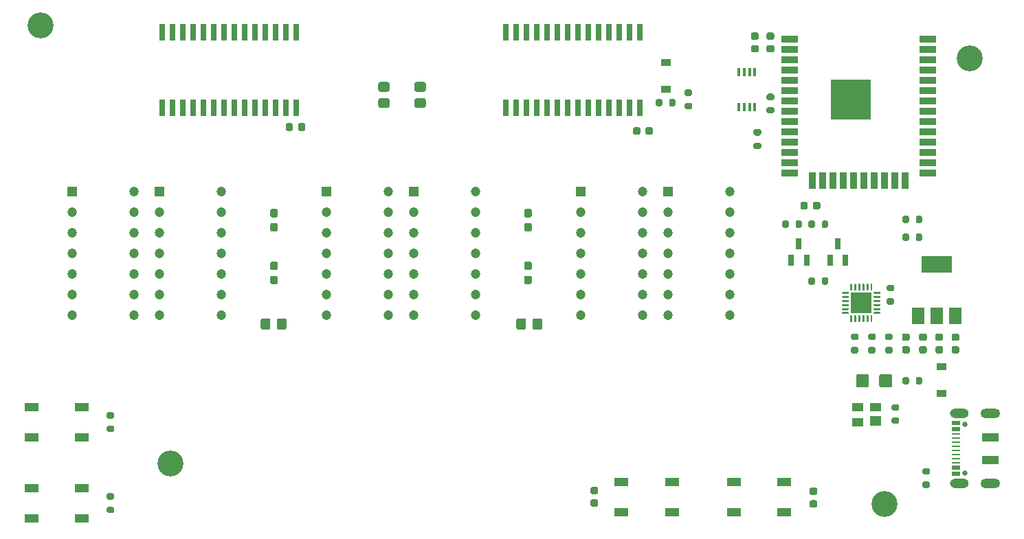
<source format=gbr>
G04 #@! TF.GenerationSoftware,KiCad,Pcbnew,(5.1.9)-1*
G04 #@! TF.CreationDate,2021-02-12T16:54:04+01:00*
G04 #@! TF.ProjectId,LTP305_ESP32_CLOCK,4c545033-3035-45f4-9553-5033325f434c,rev?*
G04 #@! TF.SameCoordinates,Original*
G04 #@! TF.FileFunction,Soldermask,Top*
G04 #@! TF.FilePolarity,Negative*
%FSLAX46Y46*%
G04 Gerber Fmt 4.6, Leading zero omitted, Abs format (unit mm)*
G04 Created by KiCad (PCBNEW (5.1.9)-1) date 2021-02-12 16:54:04*
%MOMM*%
%LPD*%
G01*
G04 APERTURE LIST*
%ADD10C,3.200000*%
%ADD11R,2.600000X2.600000*%
%ADD12R,0.650000X2.100000*%
%ADD13O,2.400000X1.200000*%
%ADD14O,2.316000X1.158000*%
%ADD15C,0.630000*%
%ADD16R,2.000000X1.000000*%
%ADD17C,0.600000*%
%ADD18R,1.000000X0.270000*%
%ADD19R,1.000000X0.520000*%
%ADD20R,1.200000X0.900000*%
%ADD21R,1.400000X1.200000*%
%ADD22R,1.400000X1.000000*%
%ADD23C,1.200000*%
%ADD24R,1.200000X1.200000*%
%ADD25R,0.650000X1.350000*%
%ADD26R,1.800000X1.100000*%
%ADD27R,3.800000X2.000000*%
%ADD28R,1.500000X2.000000*%
%ADD29R,0.400000X1.100000*%
%ADD30R,5.000000X5.000000*%
%ADD31R,2.000000X0.900000*%
%ADD32R,0.900000X2.000000*%
G04 APERTURE END LIST*
D10*
X237335000Y-85495000D03*
X226845000Y-140495000D03*
X138835000Y-135495000D03*
X122835000Y-81495000D03*
G36*
G01*
X131760000Y-139970000D02*
X131210000Y-139970000D01*
G75*
G02*
X131010000Y-139770000I0J200000D01*
G01*
X131010000Y-139370000D01*
G75*
G02*
X131210000Y-139170000I200000J0D01*
G01*
X131760000Y-139170000D01*
G75*
G02*
X131960000Y-139370000I0J-200000D01*
G01*
X131960000Y-139770000D01*
G75*
G02*
X131760000Y-139970000I-200000J0D01*
G01*
G37*
G36*
G01*
X131760000Y-141620000D02*
X131210000Y-141620000D01*
G75*
G02*
X131010000Y-141420000I0J200000D01*
G01*
X131010000Y-141020000D01*
G75*
G02*
X131210000Y-140820000I200000J0D01*
G01*
X131760000Y-140820000D01*
G75*
G02*
X131960000Y-141020000I0J-200000D01*
G01*
X131960000Y-141420000D01*
G75*
G02*
X131760000Y-141620000I-200000J0D01*
G01*
G37*
G36*
G01*
X131210000Y-130820000D02*
X131760000Y-130820000D01*
G75*
G02*
X131960000Y-131020000I0J-200000D01*
G01*
X131960000Y-131420000D01*
G75*
G02*
X131760000Y-131620000I-200000J0D01*
G01*
X131210000Y-131620000D01*
G75*
G02*
X131010000Y-131420000I0J200000D01*
G01*
X131010000Y-131020000D01*
G75*
G02*
X131210000Y-130820000I200000J0D01*
G01*
G37*
G36*
G01*
X131210000Y-129170000D02*
X131760000Y-129170000D01*
G75*
G02*
X131960000Y-129370000I0J-200000D01*
G01*
X131960000Y-129770000D01*
G75*
G02*
X131760000Y-129970000I-200000J0D01*
G01*
X131210000Y-129970000D01*
G75*
G02*
X131010000Y-129770000I0J200000D01*
G01*
X131010000Y-129370000D01*
G75*
G02*
X131210000Y-129170000I200000J0D01*
G01*
G37*
G36*
G01*
X229860000Y-105120000D02*
X229860000Y-105670000D01*
G75*
G02*
X229660000Y-105870000I-200000J0D01*
G01*
X229260000Y-105870000D01*
G75*
G02*
X229060000Y-105670000I0J200000D01*
G01*
X229060000Y-105120000D01*
G75*
G02*
X229260000Y-104920000I200000J0D01*
G01*
X229660000Y-104920000D01*
G75*
G02*
X229860000Y-105120000I0J-200000D01*
G01*
G37*
G36*
G01*
X231510000Y-105120000D02*
X231510000Y-105670000D01*
G75*
G02*
X231310000Y-105870000I-200000J0D01*
G01*
X230910000Y-105870000D01*
G75*
G02*
X230710000Y-105670000I0J200000D01*
G01*
X230710000Y-105120000D01*
G75*
G02*
X230910000Y-104920000I200000J0D01*
G01*
X231310000Y-104920000D01*
G75*
G02*
X231510000Y-105120000I0J-200000D01*
G01*
G37*
G36*
G01*
X229860000Y-107320000D02*
X229860000Y-107870000D01*
G75*
G02*
X229660000Y-108070000I-200000J0D01*
G01*
X229260000Y-108070000D01*
G75*
G02*
X229060000Y-107870000I0J200000D01*
G01*
X229060000Y-107320000D01*
G75*
G02*
X229260000Y-107120000I200000J0D01*
G01*
X229660000Y-107120000D01*
G75*
G02*
X229860000Y-107320000I0J-200000D01*
G01*
G37*
G36*
G01*
X231510000Y-107320000D02*
X231510000Y-107870000D01*
G75*
G02*
X231310000Y-108070000I-200000J0D01*
G01*
X230910000Y-108070000D01*
G75*
G02*
X230710000Y-107870000I0J200000D01*
G01*
X230710000Y-107320000D01*
G75*
G02*
X230910000Y-107120000I200000J0D01*
G01*
X231310000Y-107120000D01*
G75*
G02*
X231510000Y-107320000I0J-200000D01*
G01*
G37*
G36*
G01*
X227660000Y-120270000D02*
X227110000Y-120270000D01*
G75*
G02*
X226910000Y-120070000I0J200000D01*
G01*
X226910000Y-119670000D01*
G75*
G02*
X227110000Y-119470000I200000J0D01*
G01*
X227660000Y-119470000D01*
G75*
G02*
X227860000Y-119670000I0J-200000D01*
G01*
X227860000Y-120070000D01*
G75*
G02*
X227660000Y-120270000I-200000J0D01*
G01*
G37*
G36*
G01*
X227660000Y-121920000D02*
X227110000Y-121920000D01*
G75*
G02*
X226910000Y-121720000I0J200000D01*
G01*
X226910000Y-121320000D01*
G75*
G02*
X227110000Y-121120000I200000J0D01*
G01*
X227660000Y-121120000D01*
G75*
G02*
X227860000Y-121320000I0J-200000D01*
G01*
X227860000Y-121720000D01*
G75*
G02*
X227660000Y-121920000I-200000J0D01*
G01*
G37*
G36*
G01*
X215035000Y-105720000D02*
X215035000Y-106270000D01*
G75*
G02*
X214835000Y-106470000I-200000J0D01*
G01*
X214435000Y-106470000D01*
G75*
G02*
X214235000Y-106270000I0J200000D01*
G01*
X214235000Y-105720000D01*
G75*
G02*
X214435000Y-105520000I200000J0D01*
G01*
X214835000Y-105520000D01*
G75*
G02*
X215035000Y-105720000I0J-200000D01*
G01*
G37*
G36*
G01*
X216685000Y-105720000D02*
X216685000Y-106270000D01*
G75*
G02*
X216485000Y-106470000I-200000J0D01*
G01*
X216085000Y-106470000D01*
G75*
G02*
X215885000Y-106270000I0J200000D01*
G01*
X215885000Y-105720000D01*
G75*
G02*
X216085000Y-105520000I200000J0D01*
G01*
X216485000Y-105520000D01*
G75*
G02*
X216685000Y-105720000I0J-200000D01*
G01*
G37*
G36*
G01*
X227860000Y-114270000D02*
X227310000Y-114270000D01*
G75*
G02*
X227110000Y-114070000I0J200000D01*
G01*
X227110000Y-113670000D01*
G75*
G02*
X227310000Y-113470000I200000J0D01*
G01*
X227860000Y-113470000D01*
G75*
G02*
X228060000Y-113670000I0J-200000D01*
G01*
X228060000Y-114070000D01*
G75*
G02*
X227860000Y-114270000I-200000J0D01*
G01*
G37*
G36*
G01*
X227860000Y-115920000D02*
X227310000Y-115920000D01*
G75*
G02*
X227110000Y-115720000I0J200000D01*
G01*
X227110000Y-115320000D01*
G75*
G02*
X227310000Y-115120000I200000J0D01*
G01*
X227860000Y-115120000D01*
G75*
G02*
X228060000Y-115320000I0J-200000D01*
G01*
X228060000Y-115720000D01*
G75*
G02*
X227860000Y-115920000I-200000J0D01*
G01*
G37*
G36*
G01*
X223460000Y-120270000D02*
X222910000Y-120270000D01*
G75*
G02*
X222710000Y-120070000I0J200000D01*
G01*
X222710000Y-119670000D01*
G75*
G02*
X222910000Y-119470000I200000J0D01*
G01*
X223460000Y-119470000D01*
G75*
G02*
X223660000Y-119670000I0J-200000D01*
G01*
X223660000Y-120070000D01*
G75*
G02*
X223460000Y-120270000I-200000J0D01*
G01*
G37*
G36*
G01*
X223460000Y-121920000D02*
X222910000Y-121920000D01*
G75*
G02*
X222710000Y-121720000I0J200000D01*
G01*
X222710000Y-121320000D01*
G75*
G02*
X222910000Y-121120000I200000J0D01*
G01*
X223460000Y-121120000D01*
G75*
G02*
X223660000Y-121320000I0J-200000D01*
G01*
X223660000Y-121720000D01*
G75*
G02*
X223460000Y-121920000I-200000J0D01*
G01*
G37*
G36*
G01*
X202960000Y-90170000D02*
X202410000Y-90170000D01*
G75*
G02*
X202210000Y-89970000I0J200000D01*
G01*
X202210000Y-89570000D01*
G75*
G02*
X202410000Y-89370000I200000J0D01*
G01*
X202960000Y-89370000D01*
G75*
G02*
X203160000Y-89570000I0J-200000D01*
G01*
X203160000Y-89970000D01*
G75*
G02*
X202960000Y-90170000I-200000J0D01*
G01*
G37*
G36*
G01*
X202960000Y-91820000D02*
X202410000Y-91820000D01*
G75*
G02*
X202210000Y-91620000I0J200000D01*
G01*
X202210000Y-91220000D01*
G75*
G02*
X202410000Y-91020000I200000J0D01*
G01*
X202960000Y-91020000D01*
G75*
G02*
X203160000Y-91220000I0J-200000D01*
G01*
X203160000Y-91620000D01*
G75*
G02*
X202960000Y-91820000I-200000J0D01*
G01*
G37*
G36*
G01*
X213060000Y-90695000D02*
X212510000Y-90695000D01*
G75*
G02*
X212310000Y-90495000I0J200000D01*
G01*
X212310000Y-90095000D01*
G75*
G02*
X212510000Y-89895000I200000J0D01*
G01*
X213060000Y-89895000D01*
G75*
G02*
X213260000Y-90095000I0J-200000D01*
G01*
X213260000Y-90495000D01*
G75*
G02*
X213060000Y-90695000I-200000J0D01*
G01*
G37*
G36*
G01*
X213060000Y-92345000D02*
X212510000Y-92345000D01*
G75*
G02*
X212310000Y-92145000I0J200000D01*
G01*
X212310000Y-91745000D01*
G75*
G02*
X212510000Y-91545000I200000J0D01*
G01*
X213060000Y-91545000D01*
G75*
G02*
X213260000Y-91745000I0J-200000D01*
G01*
X213260000Y-92145000D01*
G75*
G02*
X213060000Y-92345000I-200000J0D01*
G01*
G37*
G36*
G01*
X210910000Y-95920000D02*
X211460000Y-95920000D01*
G75*
G02*
X211660000Y-96120000I0J-200000D01*
G01*
X211660000Y-96520000D01*
G75*
G02*
X211460000Y-96720000I-200000J0D01*
G01*
X210910000Y-96720000D01*
G75*
G02*
X210710000Y-96520000I0J200000D01*
G01*
X210710000Y-96120000D01*
G75*
G02*
X210910000Y-95920000I200000J0D01*
G01*
G37*
G36*
G01*
X210910000Y-94270000D02*
X211460000Y-94270000D01*
G75*
G02*
X211660000Y-94470000I0J-200000D01*
G01*
X211660000Y-94870000D01*
G75*
G02*
X211460000Y-95070000I-200000J0D01*
G01*
X210910000Y-95070000D01*
G75*
G02*
X210710000Y-94870000I0J200000D01*
G01*
X210710000Y-94470000D01*
G75*
G02*
X210910000Y-94270000I200000J0D01*
G01*
G37*
G36*
G01*
X218260000Y-105720000D02*
X218260000Y-106270000D01*
G75*
G02*
X218060000Y-106470000I-200000J0D01*
G01*
X217660000Y-106470000D01*
G75*
G02*
X217460000Y-106270000I0J200000D01*
G01*
X217460000Y-105720000D01*
G75*
G02*
X217660000Y-105520000I200000J0D01*
G01*
X218060000Y-105520000D01*
G75*
G02*
X218260000Y-105720000I0J-200000D01*
G01*
G37*
G36*
G01*
X219910000Y-105720000D02*
X219910000Y-106270000D01*
G75*
G02*
X219710000Y-106470000I-200000J0D01*
G01*
X219310000Y-106470000D01*
G75*
G02*
X219110000Y-106270000I0J200000D01*
G01*
X219110000Y-105720000D01*
G75*
G02*
X219310000Y-105520000I200000J0D01*
G01*
X219710000Y-105520000D01*
G75*
G02*
X219910000Y-105720000I0J-200000D01*
G01*
G37*
G36*
G01*
X219110000Y-113270000D02*
X219110000Y-112720000D01*
G75*
G02*
X219310000Y-112520000I200000J0D01*
G01*
X219710000Y-112520000D01*
G75*
G02*
X219910000Y-112720000I0J-200000D01*
G01*
X219910000Y-113270000D01*
G75*
G02*
X219710000Y-113470000I-200000J0D01*
G01*
X219310000Y-113470000D01*
G75*
G02*
X219110000Y-113270000I0J200000D01*
G01*
G37*
G36*
G01*
X217460000Y-113270000D02*
X217460000Y-112720000D01*
G75*
G02*
X217660000Y-112520000I200000J0D01*
G01*
X218060000Y-112520000D01*
G75*
G02*
X218260000Y-112720000I0J-200000D01*
G01*
X218260000Y-113270000D01*
G75*
G02*
X218060000Y-113470000I-200000J0D01*
G01*
X217660000Y-113470000D01*
G75*
G02*
X217460000Y-113270000I0J200000D01*
G01*
G37*
G36*
G01*
X225010000Y-121120000D02*
X225560000Y-121120000D01*
G75*
G02*
X225760000Y-121320000I0J-200000D01*
G01*
X225760000Y-121720000D01*
G75*
G02*
X225560000Y-121920000I-200000J0D01*
G01*
X225010000Y-121920000D01*
G75*
G02*
X224810000Y-121720000I0J200000D01*
G01*
X224810000Y-121320000D01*
G75*
G02*
X225010000Y-121120000I200000J0D01*
G01*
G37*
G36*
G01*
X225010000Y-119470000D02*
X225560000Y-119470000D01*
G75*
G02*
X225760000Y-119670000I0J-200000D01*
G01*
X225760000Y-120070000D01*
G75*
G02*
X225560000Y-120270000I-200000J0D01*
G01*
X225010000Y-120270000D01*
G75*
G02*
X224810000Y-120070000I0J200000D01*
G01*
X224810000Y-119670000D01*
G75*
G02*
X225010000Y-119470000I200000J0D01*
G01*
G37*
G36*
G01*
X229860000Y-125020000D02*
X229860000Y-125570000D01*
G75*
G02*
X229660000Y-125770000I-200000J0D01*
G01*
X229260000Y-125770000D01*
G75*
G02*
X229060000Y-125570000I0J200000D01*
G01*
X229060000Y-125020000D01*
G75*
G02*
X229260000Y-124820000I200000J0D01*
G01*
X229660000Y-124820000D01*
G75*
G02*
X229860000Y-125020000I0J-200000D01*
G01*
G37*
G36*
G01*
X231510000Y-125020000D02*
X231510000Y-125570000D01*
G75*
G02*
X231310000Y-125770000I-200000J0D01*
G01*
X230910000Y-125770000D01*
G75*
G02*
X230710000Y-125570000I0J200000D01*
G01*
X230710000Y-125020000D01*
G75*
G02*
X230910000Y-124820000I200000J0D01*
G01*
X231310000Y-124820000D01*
G75*
G02*
X231510000Y-125020000I0J-200000D01*
G01*
G37*
G36*
G01*
X199460000Y-90720000D02*
X199460000Y-91270000D01*
G75*
G02*
X199260000Y-91470000I-200000J0D01*
G01*
X198860000Y-91470000D01*
G75*
G02*
X198660000Y-91270000I0J200000D01*
G01*
X198660000Y-90720000D01*
G75*
G02*
X198860000Y-90520000I200000J0D01*
G01*
X199260000Y-90520000D01*
G75*
G02*
X199460000Y-90720000I0J-200000D01*
G01*
G37*
G36*
G01*
X201110000Y-90720000D02*
X201110000Y-91270000D01*
G75*
G02*
X200910000Y-91470000I-200000J0D01*
G01*
X200510000Y-91470000D01*
G75*
G02*
X200310000Y-91270000I0J200000D01*
G01*
X200310000Y-90720000D01*
G75*
G02*
X200510000Y-90520000I200000J0D01*
G01*
X200910000Y-90520000D01*
G75*
G02*
X201110000Y-90720000I0J-200000D01*
G01*
G37*
G36*
G01*
X228460000Y-128970000D02*
X227910000Y-128970000D01*
G75*
G02*
X227710000Y-128770000I0J200000D01*
G01*
X227710000Y-128370000D01*
G75*
G02*
X227910000Y-128170000I200000J0D01*
G01*
X228460000Y-128170000D01*
G75*
G02*
X228660000Y-128370000I0J-200000D01*
G01*
X228660000Y-128770000D01*
G75*
G02*
X228460000Y-128970000I-200000J0D01*
G01*
G37*
G36*
G01*
X228460000Y-130620000D02*
X227910000Y-130620000D01*
G75*
G02*
X227710000Y-130420000I0J200000D01*
G01*
X227710000Y-130020000D01*
G75*
G02*
X227910000Y-129820000I200000J0D01*
G01*
X228460000Y-129820000D01*
G75*
G02*
X228660000Y-130020000I0J-200000D01*
G01*
X228660000Y-130420000D01*
G75*
G02*
X228460000Y-130620000I-200000J0D01*
G01*
G37*
G36*
G01*
X231710000Y-137720000D02*
X232260000Y-137720000D01*
G75*
G02*
X232460000Y-137920000I0J-200000D01*
G01*
X232460000Y-138320000D01*
G75*
G02*
X232260000Y-138520000I-200000J0D01*
G01*
X231710000Y-138520000D01*
G75*
G02*
X231510000Y-138320000I0J200000D01*
G01*
X231510000Y-137920000D01*
G75*
G02*
X231710000Y-137720000I200000J0D01*
G01*
G37*
G36*
G01*
X231710000Y-136070000D02*
X232260000Y-136070000D01*
G75*
G02*
X232460000Y-136270000I0J-200000D01*
G01*
X232460000Y-136670000D01*
G75*
G02*
X232260000Y-136870000I-200000J0D01*
G01*
X231710000Y-136870000D01*
G75*
G02*
X231510000Y-136670000I0J200000D01*
G01*
X231510000Y-136270000D01*
G75*
G02*
X231710000Y-136070000I200000J0D01*
G01*
G37*
G36*
G01*
X196760000Y-94245000D02*
X196760000Y-94745000D01*
G75*
G02*
X196535000Y-94970000I-225000J0D01*
G01*
X196085000Y-94970000D01*
G75*
G02*
X195860000Y-94745000I0J225000D01*
G01*
X195860000Y-94245000D01*
G75*
G02*
X196085000Y-94020000I225000J0D01*
G01*
X196535000Y-94020000D01*
G75*
G02*
X196760000Y-94245000I0J-225000D01*
G01*
G37*
G36*
G01*
X198310000Y-94245000D02*
X198310000Y-94745000D01*
G75*
G02*
X198085000Y-94970000I-225000J0D01*
G01*
X197635000Y-94970000D01*
G75*
G02*
X197410000Y-94745000I0J225000D01*
G01*
X197410000Y-94245000D01*
G75*
G02*
X197635000Y-94020000I225000J0D01*
G01*
X198085000Y-94020000D01*
G75*
G02*
X198310000Y-94245000I0J-225000D01*
G01*
G37*
G36*
G01*
X153960000Y-93755000D02*
X153960000Y-94255000D01*
G75*
G02*
X153735000Y-94480000I-225000J0D01*
G01*
X153285000Y-94480000D01*
G75*
G02*
X153060000Y-94255000I0J225000D01*
G01*
X153060000Y-93755000D01*
G75*
G02*
X153285000Y-93530000I225000J0D01*
G01*
X153735000Y-93530000D01*
G75*
G02*
X153960000Y-93755000I0J-225000D01*
G01*
G37*
G36*
G01*
X155510000Y-93755000D02*
X155510000Y-94255000D01*
G75*
G02*
X155285000Y-94480000I-225000J0D01*
G01*
X154835000Y-94480000D01*
G75*
G02*
X154610000Y-94255000I0J225000D01*
G01*
X154610000Y-93755000D01*
G75*
G02*
X154835000Y-93530000I225000J0D01*
G01*
X155285000Y-93530000D01*
G75*
G02*
X155510000Y-93755000I0J-225000D01*
G01*
G37*
G36*
G01*
X210635000Y-83895000D02*
X211135000Y-83895000D01*
G75*
G02*
X211360000Y-84120000I0J-225000D01*
G01*
X211360000Y-84570000D01*
G75*
G02*
X211135000Y-84795000I-225000J0D01*
G01*
X210635000Y-84795000D01*
G75*
G02*
X210410000Y-84570000I0J225000D01*
G01*
X210410000Y-84120000D01*
G75*
G02*
X210635000Y-83895000I225000J0D01*
G01*
G37*
G36*
G01*
X210635000Y-82345000D02*
X211135000Y-82345000D01*
G75*
G02*
X211360000Y-82570000I0J-225000D01*
G01*
X211360000Y-83020000D01*
G75*
G02*
X211135000Y-83245000I-225000J0D01*
G01*
X210635000Y-83245000D01*
G75*
G02*
X210410000Y-83020000I0J225000D01*
G01*
X210410000Y-82570000D01*
G75*
G02*
X210635000Y-82345000I225000J0D01*
G01*
G37*
G36*
G01*
X212535000Y-83895000D02*
X213035000Y-83895000D01*
G75*
G02*
X213260000Y-84120000I0J-225000D01*
G01*
X213260000Y-84570000D01*
G75*
G02*
X213035000Y-84795000I-225000J0D01*
G01*
X212535000Y-84795000D01*
G75*
G02*
X212310000Y-84570000I0J225000D01*
G01*
X212310000Y-84120000D01*
G75*
G02*
X212535000Y-83895000I225000J0D01*
G01*
G37*
G36*
G01*
X212535000Y-82345000D02*
X213035000Y-82345000D01*
G75*
G02*
X213260000Y-82570000I0J-225000D01*
G01*
X213260000Y-83020000D01*
G75*
G02*
X213035000Y-83245000I-225000J0D01*
G01*
X212535000Y-83245000D01*
G75*
G02*
X212310000Y-83020000I0J225000D01*
G01*
X212310000Y-82570000D01*
G75*
G02*
X212535000Y-82345000I225000J0D01*
G01*
G37*
G36*
G01*
X229735000Y-120370000D02*
X229235000Y-120370000D01*
G75*
G02*
X229010000Y-120145000I0J225000D01*
G01*
X229010000Y-119695000D01*
G75*
G02*
X229235000Y-119470000I225000J0D01*
G01*
X229735000Y-119470000D01*
G75*
G02*
X229960000Y-119695000I0J-225000D01*
G01*
X229960000Y-120145000D01*
G75*
G02*
X229735000Y-120370000I-225000J0D01*
G01*
G37*
G36*
G01*
X229735000Y-121920000D02*
X229235000Y-121920000D01*
G75*
G02*
X229010000Y-121695000I0J225000D01*
G01*
X229010000Y-121245000D01*
G75*
G02*
X229235000Y-121020000I225000J0D01*
G01*
X229735000Y-121020000D01*
G75*
G02*
X229960000Y-121245000I0J-225000D01*
G01*
X229960000Y-121695000D01*
G75*
G02*
X229735000Y-121920000I-225000J0D01*
G01*
G37*
G36*
G01*
X231835000Y-120370000D02*
X231335000Y-120370000D01*
G75*
G02*
X231110000Y-120145000I0J225000D01*
G01*
X231110000Y-119695000D01*
G75*
G02*
X231335000Y-119470000I225000J0D01*
G01*
X231835000Y-119470000D01*
G75*
G02*
X232060000Y-119695000I0J-225000D01*
G01*
X232060000Y-120145000D01*
G75*
G02*
X231835000Y-120370000I-225000J0D01*
G01*
G37*
G36*
G01*
X231835000Y-121920000D02*
X231335000Y-121920000D01*
G75*
G02*
X231110000Y-121695000I0J225000D01*
G01*
X231110000Y-121245000D01*
G75*
G02*
X231335000Y-121020000I225000J0D01*
G01*
X231835000Y-121020000D01*
G75*
G02*
X232060000Y-121245000I0J-225000D01*
G01*
X232060000Y-121695000D01*
G75*
G02*
X231835000Y-121920000I-225000J0D01*
G01*
G37*
G36*
G01*
X217385000Y-103445000D02*
X217385000Y-103945000D01*
G75*
G02*
X217160000Y-104170000I-225000J0D01*
G01*
X216710000Y-104170000D01*
G75*
G02*
X216485000Y-103945000I0J225000D01*
G01*
X216485000Y-103445000D01*
G75*
G02*
X216710000Y-103220000I225000J0D01*
G01*
X217160000Y-103220000D01*
G75*
G02*
X217385000Y-103445000I0J-225000D01*
G01*
G37*
G36*
G01*
X218935000Y-103445000D02*
X218935000Y-103945000D01*
G75*
G02*
X218710000Y-104170000I-225000J0D01*
G01*
X218260000Y-104170000D01*
G75*
G02*
X218035000Y-103945000I0J225000D01*
G01*
X218035000Y-103445000D01*
G75*
G02*
X218260000Y-103220000I225000J0D01*
G01*
X218710000Y-103220000D01*
G75*
G02*
X218935000Y-103445000I0J-225000D01*
G01*
G37*
G36*
G01*
X217835000Y-140020000D02*
X218335000Y-140020000D01*
G75*
G02*
X218560000Y-140245000I0J-225000D01*
G01*
X218560000Y-140695000D01*
G75*
G02*
X218335000Y-140920000I-225000J0D01*
G01*
X217835000Y-140920000D01*
G75*
G02*
X217610000Y-140695000I0J225000D01*
G01*
X217610000Y-140245000D01*
G75*
G02*
X217835000Y-140020000I225000J0D01*
G01*
G37*
G36*
G01*
X217835000Y-138470000D02*
X218335000Y-138470000D01*
G75*
G02*
X218560000Y-138695000I0J-225000D01*
G01*
X218560000Y-139145000D01*
G75*
G02*
X218335000Y-139370000I-225000J0D01*
G01*
X217835000Y-139370000D01*
G75*
G02*
X217610000Y-139145000I0J225000D01*
G01*
X217610000Y-138695000D01*
G75*
G02*
X217835000Y-138470000I225000J0D01*
G01*
G37*
G36*
G01*
X190835000Y-139920000D02*
X191335000Y-139920000D01*
G75*
G02*
X191560000Y-140145000I0J-225000D01*
G01*
X191560000Y-140595000D01*
G75*
G02*
X191335000Y-140820000I-225000J0D01*
G01*
X190835000Y-140820000D01*
G75*
G02*
X190610000Y-140595000I0J225000D01*
G01*
X190610000Y-140145000D01*
G75*
G02*
X190835000Y-139920000I225000J0D01*
G01*
G37*
G36*
G01*
X190835000Y-138370000D02*
X191335000Y-138370000D01*
G75*
G02*
X191560000Y-138595000I0J-225000D01*
G01*
X191560000Y-139045000D01*
G75*
G02*
X191335000Y-139270000I-225000J0D01*
G01*
X190835000Y-139270000D01*
G75*
G02*
X190610000Y-139045000I0J225000D01*
G01*
X190610000Y-138595000D01*
G75*
G02*
X190835000Y-138370000I225000J0D01*
G01*
G37*
G36*
G01*
X233335000Y-121020000D02*
X233835000Y-121020000D01*
G75*
G02*
X234060000Y-121245000I0J-225000D01*
G01*
X234060000Y-121695000D01*
G75*
G02*
X233835000Y-121920000I-225000J0D01*
G01*
X233335000Y-121920000D01*
G75*
G02*
X233110000Y-121695000I0J225000D01*
G01*
X233110000Y-121245000D01*
G75*
G02*
X233335000Y-121020000I225000J0D01*
G01*
G37*
G36*
G01*
X233335000Y-119470000D02*
X233835000Y-119470000D01*
G75*
G02*
X234060000Y-119695000I0J-225000D01*
G01*
X234060000Y-120145000D01*
G75*
G02*
X233835000Y-120370000I-225000J0D01*
G01*
X233335000Y-120370000D01*
G75*
G02*
X233110000Y-120145000I0J225000D01*
G01*
X233110000Y-119695000D01*
G75*
G02*
X233335000Y-119470000I225000J0D01*
G01*
G37*
G36*
G01*
X235335000Y-121020000D02*
X235835000Y-121020000D01*
G75*
G02*
X236060000Y-121245000I0J-225000D01*
G01*
X236060000Y-121695000D01*
G75*
G02*
X235835000Y-121920000I-225000J0D01*
G01*
X235335000Y-121920000D01*
G75*
G02*
X235110000Y-121695000I0J225000D01*
G01*
X235110000Y-121245000D01*
G75*
G02*
X235335000Y-121020000I225000J0D01*
G01*
G37*
G36*
G01*
X235335000Y-119470000D02*
X235835000Y-119470000D01*
G75*
G02*
X236060000Y-119695000I0J-225000D01*
G01*
X236060000Y-120145000D01*
G75*
G02*
X235835000Y-120370000I-225000J0D01*
G01*
X235335000Y-120370000D01*
G75*
G02*
X235110000Y-120145000I0J225000D01*
G01*
X235110000Y-119695000D01*
G75*
G02*
X235335000Y-119470000I225000J0D01*
G01*
G37*
D11*
X223985000Y-115695000D03*
G36*
G01*
X222610000Y-114107500D02*
X222610000Y-113407500D01*
G75*
G02*
X222672500Y-113345000I62500J0D01*
G01*
X222797500Y-113345000D01*
G75*
G02*
X222860000Y-113407500I0J-62500D01*
G01*
X222860000Y-114107500D01*
G75*
G02*
X222797500Y-114170000I-62500J0D01*
G01*
X222672500Y-114170000D01*
G75*
G02*
X222610000Y-114107500I0J62500D01*
G01*
G37*
G36*
G01*
X223110000Y-114107500D02*
X223110000Y-113407500D01*
G75*
G02*
X223172500Y-113345000I62500J0D01*
G01*
X223297500Y-113345000D01*
G75*
G02*
X223360000Y-113407500I0J-62500D01*
G01*
X223360000Y-114107500D01*
G75*
G02*
X223297500Y-114170000I-62500J0D01*
G01*
X223172500Y-114170000D01*
G75*
G02*
X223110000Y-114107500I0J62500D01*
G01*
G37*
G36*
G01*
X223610000Y-114107500D02*
X223610000Y-113407500D01*
G75*
G02*
X223672500Y-113345000I62500J0D01*
G01*
X223797500Y-113345000D01*
G75*
G02*
X223860000Y-113407500I0J-62500D01*
G01*
X223860000Y-114107500D01*
G75*
G02*
X223797500Y-114170000I-62500J0D01*
G01*
X223672500Y-114170000D01*
G75*
G02*
X223610000Y-114107500I0J62500D01*
G01*
G37*
G36*
G01*
X224110000Y-114107500D02*
X224110000Y-113407500D01*
G75*
G02*
X224172500Y-113345000I62500J0D01*
G01*
X224297500Y-113345000D01*
G75*
G02*
X224360000Y-113407500I0J-62500D01*
G01*
X224360000Y-114107500D01*
G75*
G02*
X224297500Y-114170000I-62500J0D01*
G01*
X224172500Y-114170000D01*
G75*
G02*
X224110000Y-114107500I0J62500D01*
G01*
G37*
G36*
G01*
X224610000Y-114107500D02*
X224610000Y-113407500D01*
G75*
G02*
X224672500Y-113345000I62500J0D01*
G01*
X224797500Y-113345000D01*
G75*
G02*
X224860000Y-113407500I0J-62500D01*
G01*
X224860000Y-114107500D01*
G75*
G02*
X224797500Y-114170000I-62500J0D01*
G01*
X224672500Y-114170000D01*
G75*
G02*
X224610000Y-114107500I0J62500D01*
G01*
G37*
G36*
G01*
X225110000Y-114107500D02*
X225110000Y-113407500D01*
G75*
G02*
X225172500Y-113345000I62500J0D01*
G01*
X225297500Y-113345000D01*
G75*
G02*
X225360000Y-113407500I0J-62500D01*
G01*
X225360000Y-114107500D01*
G75*
G02*
X225297500Y-114170000I-62500J0D01*
G01*
X225172500Y-114170000D01*
G75*
G02*
X225110000Y-114107500I0J62500D01*
G01*
G37*
G36*
G01*
X225510000Y-114507500D02*
X225510000Y-114382500D01*
G75*
G02*
X225572500Y-114320000I62500J0D01*
G01*
X226272500Y-114320000D01*
G75*
G02*
X226335000Y-114382500I0J-62500D01*
G01*
X226335000Y-114507500D01*
G75*
G02*
X226272500Y-114570000I-62500J0D01*
G01*
X225572500Y-114570000D01*
G75*
G02*
X225510000Y-114507500I0J62500D01*
G01*
G37*
G36*
G01*
X225510000Y-115007500D02*
X225510000Y-114882500D01*
G75*
G02*
X225572500Y-114820000I62500J0D01*
G01*
X226272500Y-114820000D01*
G75*
G02*
X226335000Y-114882500I0J-62500D01*
G01*
X226335000Y-115007500D01*
G75*
G02*
X226272500Y-115070000I-62500J0D01*
G01*
X225572500Y-115070000D01*
G75*
G02*
X225510000Y-115007500I0J62500D01*
G01*
G37*
G36*
G01*
X225510000Y-115507500D02*
X225510000Y-115382500D01*
G75*
G02*
X225572500Y-115320000I62500J0D01*
G01*
X226272500Y-115320000D01*
G75*
G02*
X226335000Y-115382500I0J-62500D01*
G01*
X226335000Y-115507500D01*
G75*
G02*
X226272500Y-115570000I-62500J0D01*
G01*
X225572500Y-115570000D01*
G75*
G02*
X225510000Y-115507500I0J62500D01*
G01*
G37*
G36*
G01*
X225510000Y-116007500D02*
X225510000Y-115882500D01*
G75*
G02*
X225572500Y-115820000I62500J0D01*
G01*
X226272500Y-115820000D01*
G75*
G02*
X226335000Y-115882500I0J-62500D01*
G01*
X226335000Y-116007500D01*
G75*
G02*
X226272500Y-116070000I-62500J0D01*
G01*
X225572500Y-116070000D01*
G75*
G02*
X225510000Y-116007500I0J62500D01*
G01*
G37*
G36*
G01*
X225510000Y-116507500D02*
X225510000Y-116382500D01*
G75*
G02*
X225572500Y-116320000I62500J0D01*
G01*
X226272500Y-116320000D01*
G75*
G02*
X226335000Y-116382500I0J-62500D01*
G01*
X226335000Y-116507500D01*
G75*
G02*
X226272500Y-116570000I-62500J0D01*
G01*
X225572500Y-116570000D01*
G75*
G02*
X225510000Y-116507500I0J62500D01*
G01*
G37*
G36*
G01*
X225510000Y-117007500D02*
X225510000Y-116882500D01*
G75*
G02*
X225572500Y-116820000I62500J0D01*
G01*
X226272500Y-116820000D01*
G75*
G02*
X226335000Y-116882500I0J-62500D01*
G01*
X226335000Y-117007500D01*
G75*
G02*
X226272500Y-117070000I-62500J0D01*
G01*
X225572500Y-117070000D01*
G75*
G02*
X225510000Y-117007500I0J62500D01*
G01*
G37*
G36*
G01*
X225110000Y-117982500D02*
X225110000Y-117282500D01*
G75*
G02*
X225172500Y-117220000I62500J0D01*
G01*
X225297500Y-117220000D01*
G75*
G02*
X225360000Y-117282500I0J-62500D01*
G01*
X225360000Y-117982500D01*
G75*
G02*
X225297500Y-118045000I-62500J0D01*
G01*
X225172500Y-118045000D01*
G75*
G02*
X225110000Y-117982500I0J62500D01*
G01*
G37*
G36*
G01*
X224610000Y-117982500D02*
X224610000Y-117282500D01*
G75*
G02*
X224672500Y-117220000I62500J0D01*
G01*
X224797500Y-117220000D01*
G75*
G02*
X224860000Y-117282500I0J-62500D01*
G01*
X224860000Y-117982500D01*
G75*
G02*
X224797500Y-118045000I-62500J0D01*
G01*
X224672500Y-118045000D01*
G75*
G02*
X224610000Y-117982500I0J62500D01*
G01*
G37*
G36*
G01*
X224110000Y-117982500D02*
X224110000Y-117282500D01*
G75*
G02*
X224172500Y-117220000I62500J0D01*
G01*
X224297500Y-117220000D01*
G75*
G02*
X224360000Y-117282500I0J-62500D01*
G01*
X224360000Y-117982500D01*
G75*
G02*
X224297500Y-118045000I-62500J0D01*
G01*
X224172500Y-118045000D01*
G75*
G02*
X224110000Y-117982500I0J62500D01*
G01*
G37*
G36*
G01*
X223610000Y-117982500D02*
X223610000Y-117282500D01*
G75*
G02*
X223672500Y-117220000I62500J0D01*
G01*
X223797500Y-117220000D01*
G75*
G02*
X223860000Y-117282500I0J-62500D01*
G01*
X223860000Y-117982500D01*
G75*
G02*
X223797500Y-118045000I-62500J0D01*
G01*
X223672500Y-118045000D01*
G75*
G02*
X223610000Y-117982500I0J62500D01*
G01*
G37*
G36*
G01*
X223110000Y-117982500D02*
X223110000Y-117282500D01*
G75*
G02*
X223172500Y-117220000I62500J0D01*
G01*
X223297500Y-117220000D01*
G75*
G02*
X223360000Y-117282500I0J-62500D01*
G01*
X223360000Y-117982500D01*
G75*
G02*
X223297500Y-118045000I-62500J0D01*
G01*
X223172500Y-118045000D01*
G75*
G02*
X223110000Y-117982500I0J62500D01*
G01*
G37*
G36*
G01*
X222610000Y-117982500D02*
X222610000Y-117282500D01*
G75*
G02*
X222672500Y-117220000I62500J0D01*
G01*
X222797500Y-117220000D01*
G75*
G02*
X222860000Y-117282500I0J-62500D01*
G01*
X222860000Y-117982500D01*
G75*
G02*
X222797500Y-118045000I-62500J0D01*
G01*
X222672500Y-118045000D01*
G75*
G02*
X222610000Y-117982500I0J62500D01*
G01*
G37*
G36*
G01*
X221635000Y-117007500D02*
X221635000Y-116882500D01*
G75*
G02*
X221697500Y-116820000I62500J0D01*
G01*
X222397500Y-116820000D01*
G75*
G02*
X222460000Y-116882500I0J-62500D01*
G01*
X222460000Y-117007500D01*
G75*
G02*
X222397500Y-117070000I-62500J0D01*
G01*
X221697500Y-117070000D01*
G75*
G02*
X221635000Y-117007500I0J62500D01*
G01*
G37*
G36*
G01*
X221635000Y-116507500D02*
X221635000Y-116382500D01*
G75*
G02*
X221697500Y-116320000I62500J0D01*
G01*
X222397500Y-116320000D01*
G75*
G02*
X222460000Y-116382500I0J-62500D01*
G01*
X222460000Y-116507500D01*
G75*
G02*
X222397500Y-116570000I-62500J0D01*
G01*
X221697500Y-116570000D01*
G75*
G02*
X221635000Y-116507500I0J62500D01*
G01*
G37*
G36*
G01*
X221635000Y-116007500D02*
X221635000Y-115882500D01*
G75*
G02*
X221697500Y-115820000I62500J0D01*
G01*
X222397500Y-115820000D01*
G75*
G02*
X222460000Y-115882500I0J-62500D01*
G01*
X222460000Y-116007500D01*
G75*
G02*
X222397500Y-116070000I-62500J0D01*
G01*
X221697500Y-116070000D01*
G75*
G02*
X221635000Y-116007500I0J62500D01*
G01*
G37*
G36*
G01*
X221635000Y-115507500D02*
X221635000Y-115382500D01*
G75*
G02*
X221697500Y-115320000I62500J0D01*
G01*
X222397500Y-115320000D01*
G75*
G02*
X222460000Y-115382500I0J-62500D01*
G01*
X222460000Y-115507500D01*
G75*
G02*
X222397500Y-115570000I-62500J0D01*
G01*
X221697500Y-115570000D01*
G75*
G02*
X221635000Y-115507500I0J62500D01*
G01*
G37*
G36*
G01*
X221635000Y-115007500D02*
X221635000Y-114882500D01*
G75*
G02*
X221697500Y-114820000I62500J0D01*
G01*
X222397500Y-114820000D01*
G75*
G02*
X222460000Y-114882500I0J-62500D01*
G01*
X222460000Y-115007500D01*
G75*
G02*
X222397500Y-115070000I-62500J0D01*
G01*
X221697500Y-115070000D01*
G75*
G02*
X221635000Y-115007500I0J62500D01*
G01*
G37*
G36*
G01*
X221635000Y-114507500D02*
X221635000Y-114382500D01*
G75*
G02*
X221697500Y-114320000I62500J0D01*
G01*
X222397500Y-114320000D01*
G75*
G02*
X222460000Y-114382500I0J-62500D01*
G01*
X222460000Y-114507500D01*
G75*
G02*
X222397500Y-114570000I-62500J0D01*
G01*
X221697500Y-114570000D01*
G75*
G02*
X221635000Y-114507500I0J62500D01*
G01*
G37*
D12*
X154340000Y-82345000D03*
X153070000Y-82345000D03*
X151800000Y-82345000D03*
X150530000Y-82345000D03*
X149260000Y-82345000D03*
X147990000Y-82345000D03*
X146720000Y-82345000D03*
X145450000Y-82345000D03*
X144180000Y-82345000D03*
X142910000Y-82345000D03*
X141640000Y-82345000D03*
X140370000Y-82345000D03*
X139100000Y-82345000D03*
X137830000Y-82345000D03*
X137830000Y-91645000D03*
X139100000Y-91645000D03*
X140370000Y-91645000D03*
X141640000Y-91645000D03*
X142910000Y-91645000D03*
X144180000Y-91645000D03*
X145450000Y-91645000D03*
X146720000Y-91645000D03*
X147990000Y-91645000D03*
X149260000Y-91645000D03*
X150530000Y-91645000D03*
X151800000Y-91645000D03*
X153070000Y-91645000D03*
X154340000Y-91645000D03*
D13*
X239885000Y-129315000D03*
X239885000Y-137955000D03*
D14*
X236060000Y-129315000D03*
X236060000Y-137955000D03*
D15*
X236785000Y-136635000D03*
D16*
X239885000Y-132235000D03*
X239885000Y-135035000D03*
D15*
X236785000Y-130635000D03*
D17*
X236785000Y-130635000D03*
D18*
X235685000Y-132385000D03*
X235685000Y-132885000D03*
X235685000Y-133385000D03*
X235685000Y-133885000D03*
X235685000Y-134385000D03*
X235685000Y-134885000D03*
X235685000Y-131885000D03*
X235685000Y-135385000D03*
D19*
X235685000Y-131285000D03*
X235685000Y-135985000D03*
X235685000Y-130535000D03*
X235685000Y-136735000D03*
D20*
X233885000Y-126845000D03*
X233885000Y-123545000D03*
D21*
X225785000Y-130265000D03*
D22*
X225785000Y-128545000D03*
X223585000Y-128545000D03*
X223585000Y-130445000D03*
D20*
X199885000Y-89345000D03*
X199885000Y-86045000D03*
G36*
G01*
X223335000Y-125870000D02*
X223335000Y-124720000D01*
G75*
G02*
X223585000Y-124470000I250000J0D01*
G01*
X224685000Y-124470000D01*
G75*
G02*
X224935000Y-124720000I0J-250000D01*
G01*
X224935000Y-125870000D01*
G75*
G02*
X224685000Y-126120000I-250000J0D01*
G01*
X223585000Y-126120000D01*
G75*
G02*
X223335000Y-125870000I0J250000D01*
G01*
G37*
G36*
G01*
X226185000Y-125870000D02*
X226185000Y-124720000D01*
G75*
G02*
X226435000Y-124470000I250000J0D01*
G01*
X227535000Y-124470000D01*
G75*
G02*
X227785000Y-124720000I0J-250000D01*
G01*
X227785000Y-125870000D01*
G75*
G02*
X227535000Y-126120000I-250000J0D01*
G01*
X226435000Y-126120000D01*
G75*
G02*
X226185000Y-125870000I0J250000D01*
G01*
G37*
G36*
G01*
X151397500Y-105845000D02*
X151872500Y-105845000D01*
G75*
G02*
X152110000Y-106082500I0J-237500D01*
G01*
X152110000Y-106657500D01*
G75*
G02*
X151872500Y-106895000I-237500J0D01*
G01*
X151397500Y-106895000D01*
G75*
G02*
X151160000Y-106657500I0J237500D01*
G01*
X151160000Y-106082500D01*
G75*
G02*
X151397500Y-105845000I237500J0D01*
G01*
G37*
G36*
G01*
X151397500Y-104095000D02*
X151872500Y-104095000D01*
G75*
G02*
X152110000Y-104332500I0J-237500D01*
G01*
X152110000Y-104907500D01*
G75*
G02*
X151872500Y-105145000I-237500J0D01*
G01*
X151397500Y-105145000D01*
G75*
G02*
X151160000Y-104907500I0J237500D01*
G01*
X151160000Y-104332500D01*
G75*
G02*
X151397500Y-104095000I237500J0D01*
G01*
G37*
G36*
G01*
X151872500Y-113395000D02*
X151397500Y-113395000D01*
G75*
G02*
X151160000Y-113157500I0J237500D01*
G01*
X151160000Y-112582500D01*
G75*
G02*
X151397500Y-112345000I237500J0D01*
G01*
X151872500Y-112345000D01*
G75*
G02*
X152110000Y-112582500I0J-237500D01*
G01*
X152110000Y-113157500D01*
G75*
G02*
X151872500Y-113395000I-237500J0D01*
G01*
G37*
G36*
G01*
X151872500Y-111645000D02*
X151397500Y-111645000D01*
G75*
G02*
X151160000Y-111407500I0J237500D01*
G01*
X151160000Y-110832500D01*
G75*
G02*
X151397500Y-110595000I237500J0D01*
G01*
X151872500Y-110595000D01*
G75*
G02*
X152110000Y-110832500I0J-237500D01*
G01*
X152110000Y-111407500D01*
G75*
G02*
X151872500Y-111645000I-237500J0D01*
G01*
G37*
G36*
G01*
X182692500Y-105845000D02*
X183167500Y-105845000D01*
G75*
G02*
X183405000Y-106082500I0J-237500D01*
G01*
X183405000Y-106657500D01*
G75*
G02*
X183167500Y-106895000I-237500J0D01*
G01*
X182692500Y-106895000D01*
G75*
G02*
X182455000Y-106657500I0J237500D01*
G01*
X182455000Y-106082500D01*
G75*
G02*
X182692500Y-105845000I237500J0D01*
G01*
G37*
G36*
G01*
X182692500Y-104095000D02*
X183167500Y-104095000D01*
G75*
G02*
X183405000Y-104332500I0J-237500D01*
G01*
X183405000Y-104907500D01*
G75*
G02*
X183167500Y-105145000I-237500J0D01*
G01*
X182692500Y-105145000D01*
G75*
G02*
X182455000Y-104907500I0J237500D01*
G01*
X182455000Y-104332500D01*
G75*
G02*
X182692500Y-104095000I237500J0D01*
G01*
G37*
G36*
G01*
X183167500Y-113395000D02*
X182692500Y-113395000D01*
G75*
G02*
X182455000Y-113157500I0J237500D01*
G01*
X182455000Y-112582500D01*
G75*
G02*
X182692500Y-112345000I237500J0D01*
G01*
X183167500Y-112345000D01*
G75*
G02*
X183405000Y-112582500I0J-237500D01*
G01*
X183405000Y-113157500D01*
G75*
G02*
X183167500Y-113395000I-237500J0D01*
G01*
G37*
G36*
G01*
X183167500Y-111645000D02*
X182692500Y-111645000D01*
G75*
G02*
X182455000Y-111407500I0J237500D01*
G01*
X182455000Y-110832500D01*
G75*
G02*
X182692500Y-110595000I237500J0D01*
G01*
X183167500Y-110595000D01*
G75*
G02*
X183405000Y-110832500I0J-237500D01*
G01*
X183405000Y-111407500D01*
G75*
G02*
X183167500Y-111645000I-237500J0D01*
G01*
G37*
D23*
X134430000Y-102000000D03*
X134430000Y-104540000D03*
X134430000Y-107080000D03*
X134430000Y-109620000D03*
X134430000Y-112160000D03*
X134430000Y-114700000D03*
X134430000Y-117240000D03*
X126810000Y-117240000D03*
X126810000Y-114700000D03*
X126810000Y-112160000D03*
X126810000Y-109620000D03*
X126810000Y-107080000D03*
X126810000Y-104540000D03*
D24*
X126810000Y-102000000D03*
X137550000Y-102000000D03*
D23*
X137550000Y-104540000D03*
X137550000Y-107080000D03*
X137550000Y-109620000D03*
X137550000Y-112160000D03*
X137550000Y-114700000D03*
X137550000Y-117240000D03*
X145170000Y-117240000D03*
X145170000Y-114700000D03*
X145170000Y-112160000D03*
X145170000Y-109620000D03*
X145170000Y-107080000D03*
X145170000Y-104540000D03*
X145170000Y-102000000D03*
X165720000Y-102000000D03*
X165720000Y-104540000D03*
X165720000Y-107080000D03*
X165720000Y-109620000D03*
X165720000Y-112160000D03*
X165720000Y-114700000D03*
X165720000Y-117240000D03*
X158100000Y-117240000D03*
X158100000Y-114700000D03*
X158100000Y-112160000D03*
X158100000Y-109620000D03*
X158100000Y-107080000D03*
X158100000Y-104540000D03*
D24*
X158100000Y-102000000D03*
D23*
X176465000Y-102000000D03*
X176465000Y-104540000D03*
X176465000Y-107080000D03*
X176465000Y-109620000D03*
X176465000Y-112160000D03*
X176465000Y-114700000D03*
X176465000Y-117240000D03*
X168845000Y-117240000D03*
X168845000Y-114700000D03*
X168845000Y-112160000D03*
X168845000Y-109620000D03*
X168845000Y-107080000D03*
X168845000Y-104540000D03*
D24*
X168845000Y-102000000D03*
X189395000Y-102000000D03*
D23*
X189395000Y-104540000D03*
X189395000Y-107080000D03*
X189395000Y-109620000D03*
X189395000Y-112160000D03*
X189395000Y-114700000D03*
X189395000Y-117240000D03*
X197015000Y-117240000D03*
X197015000Y-114700000D03*
X197015000Y-112160000D03*
X197015000Y-109620000D03*
X197015000Y-107080000D03*
X197015000Y-104540000D03*
X197015000Y-102000000D03*
D24*
X200135000Y-101995000D03*
D23*
X200135000Y-104535000D03*
X200135000Y-107075000D03*
X200135000Y-109615000D03*
X200135000Y-112155000D03*
X200135000Y-114695000D03*
X200135000Y-117235000D03*
X207755000Y-117235000D03*
X207755000Y-114695000D03*
X207755000Y-112155000D03*
X207755000Y-109615000D03*
X207755000Y-107075000D03*
X207755000Y-104535000D03*
X207755000Y-101995000D03*
D12*
X196740000Y-91645000D03*
X195470000Y-91645000D03*
X194200000Y-91645000D03*
X192930000Y-91645000D03*
X191660000Y-91645000D03*
X190390000Y-91645000D03*
X189120000Y-91645000D03*
X187850000Y-91645000D03*
X186580000Y-91645000D03*
X185310000Y-91645000D03*
X184040000Y-91645000D03*
X182770000Y-91645000D03*
X181500000Y-91645000D03*
X180230000Y-91645000D03*
X180230000Y-82345000D03*
X181500000Y-82345000D03*
X182770000Y-82345000D03*
X184040000Y-82345000D03*
X185310000Y-82345000D03*
X186580000Y-82345000D03*
X187850000Y-82345000D03*
X189120000Y-82345000D03*
X190390000Y-82345000D03*
X191660000Y-82345000D03*
X192930000Y-82345000D03*
X194200000Y-82345000D03*
X195470000Y-82345000D03*
X196740000Y-82345000D03*
D25*
X216285000Y-108395000D03*
X217245000Y-110395000D03*
X215325000Y-110395000D03*
X220125000Y-110395000D03*
X222045000Y-110395000D03*
X221085000Y-108395000D03*
G36*
G01*
X151985000Y-118745001D02*
X151985000Y-117844999D01*
G75*
G02*
X152234999Y-117595000I249999J0D01*
G01*
X152935001Y-117595000D01*
G75*
G02*
X153185000Y-117844999I0J-249999D01*
G01*
X153185000Y-118745001D01*
G75*
G02*
X152935001Y-118995000I-249999J0D01*
G01*
X152234999Y-118995000D01*
G75*
G02*
X151985000Y-118745001I0J249999D01*
G01*
G37*
G36*
G01*
X149985000Y-118745001D02*
X149985000Y-117844999D01*
G75*
G02*
X150234999Y-117595000I249999J0D01*
G01*
X150935001Y-117595000D01*
G75*
G02*
X151185000Y-117844999I0J-249999D01*
G01*
X151185000Y-118745001D01*
G75*
G02*
X150935001Y-118995000I-249999J0D01*
G01*
X150234999Y-118995000D01*
G75*
G02*
X149985000Y-118745001I0J249999D01*
G01*
G37*
G36*
G01*
X181485000Y-118745001D02*
X181485000Y-117844999D01*
G75*
G02*
X181734999Y-117595000I249999J0D01*
G01*
X182435001Y-117595000D01*
G75*
G02*
X182685000Y-117844999I0J-249999D01*
G01*
X182685000Y-118745001D01*
G75*
G02*
X182435001Y-118995000I-249999J0D01*
G01*
X181734999Y-118995000D01*
G75*
G02*
X181485000Y-118745001I0J249999D01*
G01*
G37*
G36*
G01*
X183485000Y-118745001D02*
X183485000Y-117844999D01*
G75*
G02*
X183734999Y-117595000I249999J0D01*
G01*
X184435001Y-117595000D01*
G75*
G02*
X184685000Y-117844999I0J-249999D01*
G01*
X184685000Y-118745001D01*
G75*
G02*
X184435001Y-118995000I-249999J0D01*
G01*
X183734999Y-118995000D01*
G75*
G02*
X183485000Y-118745001I0J249999D01*
G01*
G37*
G36*
G01*
X164734999Y-88445000D02*
X165635001Y-88445000D01*
G75*
G02*
X165885000Y-88694999I0J-249999D01*
G01*
X165885000Y-89395001D01*
G75*
G02*
X165635001Y-89645000I-249999J0D01*
G01*
X164734999Y-89645000D01*
G75*
G02*
X164485000Y-89395001I0J249999D01*
G01*
X164485000Y-88694999D01*
G75*
G02*
X164734999Y-88445000I249999J0D01*
G01*
G37*
G36*
G01*
X164734999Y-90445000D02*
X165635001Y-90445000D01*
G75*
G02*
X165885000Y-90694999I0J-249999D01*
G01*
X165885000Y-91395001D01*
G75*
G02*
X165635001Y-91645000I-249999J0D01*
G01*
X164734999Y-91645000D01*
G75*
G02*
X164485000Y-91395001I0J249999D01*
G01*
X164485000Y-90694999D01*
G75*
G02*
X164734999Y-90445000I249999J0D01*
G01*
G37*
G36*
G01*
X169184999Y-88445000D02*
X170085001Y-88445000D01*
G75*
G02*
X170335000Y-88694999I0J-249999D01*
G01*
X170335000Y-89395001D01*
G75*
G02*
X170085001Y-89645000I-249999J0D01*
G01*
X169184999Y-89645000D01*
G75*
G02*
X168935000Y-89395001I0J249999D01*
G01*
X168935000Y-88694999D01*
G75*
G02*
X169184999Y-88445000I249999J0D01*
G01*
G37*
G36*
G01*
X169184999Y-90445000D02*
X170085001Y-90445000D01*
G75*
G02*
X170335000Y-90694999I0J-249999D01*
G01*
X170335000Y-91395001D01*
G75*
G02*
X170085001Y-91645000I-249999J0D01*
G01*
X169184999Y-91645000D01*
G75*
G02*
X168935000Y-91395001I0J249999D01*
G01*
X168935000Y-90694999D01*
G75*
G02*
X169184999Y-90445000I249999J0D01*
G01*
G37*
D26*
X194445000Y-137795000D03*
X200645000Y-137795000D03*
X194445000Y-141495000D03*
X200645000Y-141495000D03*
X208315000Y-137785000D03*
X214515000Y-137785000D03*
X208315000Y-141485000D03*
X214515000Y-141485000D03*
X121785000Y-128545000D03*
X127985000Y-128545000D03*
X121785000Y-132245000D03*
X127985000Y-132245000D03*
X121785000Y-138545000D03*
X127985000Y-138545000D03*
X121785000Y-142245000D03*
X127985000Y-142245000D03*
D27*
X233285000Y-110945000D03*
D28*
X233285000Y-117245000D03*
X235585000Y-117245000D03*
X230985000Y-117245000D03*
D29*
X208910000Y-91545000D03*
X209560000Y-91545000D03*
X210210000Y-91545000D03*
X210860000Y-91545000D03*
X210860000Y-87245000D03*
X210210000Y-87245000D03*
X209560000Y-87245000D03*
X208910000Y-87245000D03*
D30*
X222685000Y-90640000D03*
D31*
X215185000Y-83140000D03*
X215185000Y-84410000D03*
X215185000Y-85680000D03*
X215185000Y-86950000D03*
X215185000Y-88220000D03*
X215185000Y-89490000D03*
X215185000Y-90760000D03*
X215185000Y-92030000D03*
X215185000Y-93300000D03*
X215185000Y-94570000D03*
X215185000Y-95840000D03*
X215185000Y-97110000D03*
X215185000Y-98380000D03*
X215185000Y-99650000D03*
D32*
X217970000Y-100650000D03*
X219240000Y-100650000D03*
X220510000Y-100650000D03*
X221780000Y-100650000D03*
X223050000Y-100650000D03*
X224320000Y-100650000D03*
X225590000Y-100650000D03*
X226860000Y-100650000D03*
X228130000Y-100650000D03*
X229400000Y-100650000D03*
D31*
X232185000Y-99650000D03*
X232185000Y-98380000D03*
X232185000Y-97110000D03*
X232185000Y-95840000D03*
X232185000Y-94570000D03*
X232185000Y-93300000D03*
X232185000Y-92030000D03*
X232185000Y-90760000D03*
X232185000Y-89490000D03*
X232185000Y-88220000D03*
X232185000Y-86950000D03*
X232185000Y-85680000D03*
X232185000Y-84410000D03*
X232185000Y-83140000D03*
M02*

</source>
